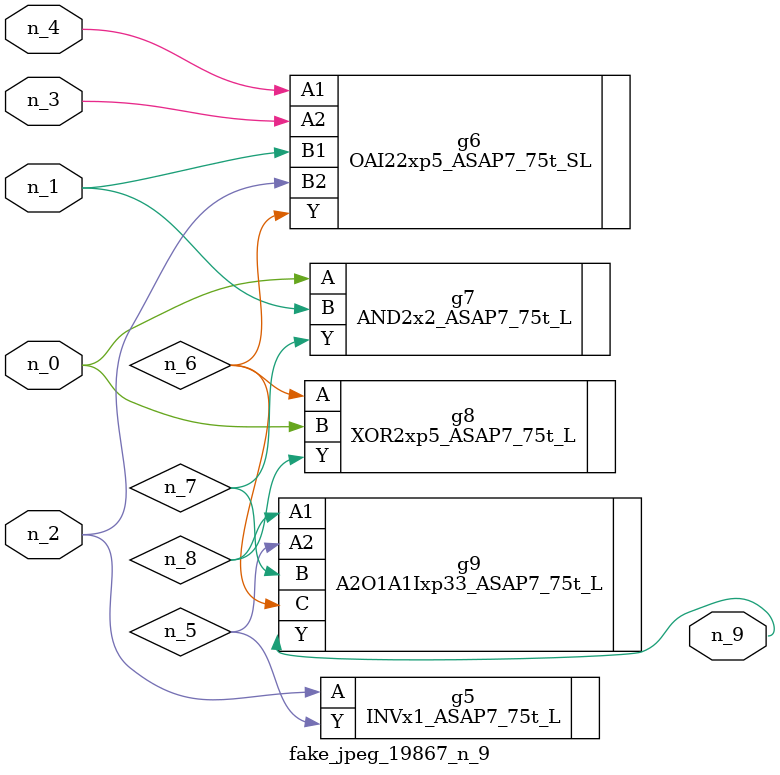
<source format=v>
module fake_jpeg_19867_n_9 (n_3, n_2, n_1, n_0, n_4, n_9);

input n_3;
input n_2;
input n_1;
input n_0;
input n_4;

output n_9;

wire n_8;
wire n_6;
wire n_5;
wire n_7;

INVx1_ASAP7_75t_L g5 ( 
.A(n_2),
.Y(n_5)
);

OAI22xp5_ASAP7_75t_SL g6 ( 
.A1(n_4),
.A2(n_3),
.B1(n_1),
.B2(n_2),
.Y(n_6)
);

AND2x2_ASAP7_75t_L g7 ( 
.A(n_0),
.B(n_1),
.Y(n_7)
);

XOR2xp5_ASAP7_75t_L g8 ( 
.A(n_6),
.B(n_0),
.Y(n_8)
);

A2O1A1Ixp33_ASAP7_75t_L g9 ( 
.A1(n_8),
.A2(n_5),
.B(n_7),
.C(n_6),
.Y(n_9)
);


endmodule
</source>
